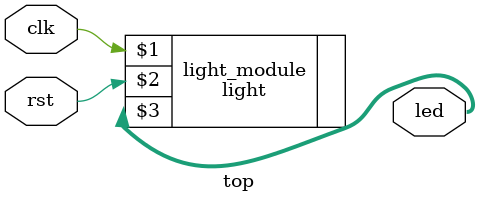
<source format=v>
module top( input clk, input rst, output reg [15:0] led);

light light_module(clk, rst, led);

endmodule


</source>
